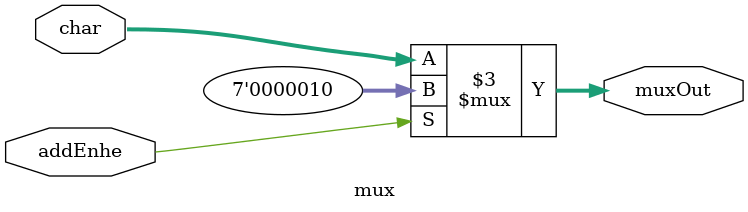
<source format=v>
module mux(char, addEnhe, muxOut);
	parameter asciiEnhe=7'b0000010;
	//parameter asciiEnheMayusc=1000000;

	input [6:0] char;
	//input [6:0] asciiEnhe1;
	input addEnhe;	
	output reg [6:0] muxOut;
	

	always @(addEnhe or char)
		begin
			if(addEnhe) muxOut<=asciiEnhe;
			else muxOut<=char;
		end	
endmodule

</source>
